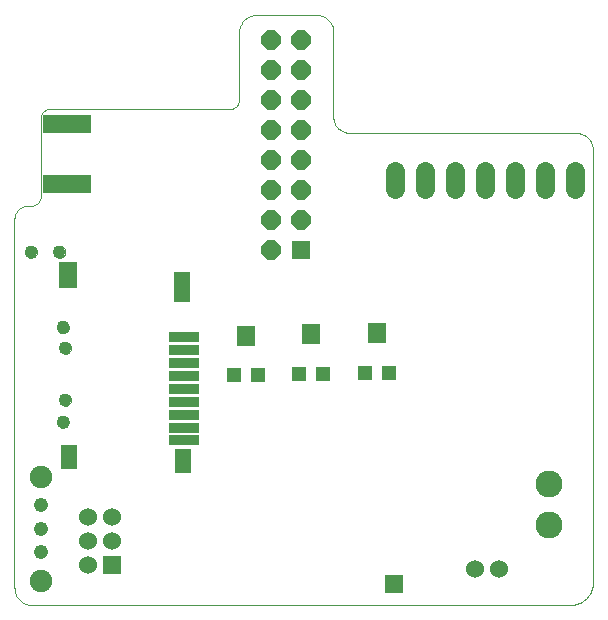
<source format=gbs>
G75*
%MOIN*%
%OFA0B0*%
%FSLAX24Y24*%
%IPPOS*%
%LPD*%
%AMOC8*
5,1,8,0,0,1.08239X$1,22.5*
%
%ADD10C,0.0000*%
%ADD11C,0.0476*%
%ADD12C,0.0749*%
%ADD13R,0.0571X0.0831*%
%ADD14R,0.0631X0.0855*%
%ADD15R,0.0571X0.0846*%
%ADD16R,0.1040X0.0335*%
%ADD17R,0.0571X0.1040*%
%ADD18C,0.0434*%
%ADD19R,0.1640X0.0640*%
%ADD20R,0.0600X0.0600*%
%ADD21C,0.0600*%
%ADD22R,0.0640X0.0640*%
%ADD23OC8,0.0640*%
%ADD24C,0.0640*%
%ADD25R,0.0631X0.0670*%
%ADD26R,0.0512X0.0512*%
%ADD27C,0.0900*%
D10*
X002038Y000848D02*
X002038Y013148D01*
X002041Y013188D01*
X002048Y013227D01*
X002058Y013266D01*
X002072Y013304D01*
X002089Y013340D01*
X002110Y013374D01*
X002133Y013407D01*
X002160Y013437D01*
X002189Y013464D01*
X002220Y013489D01*
X002254Y013511D01*
X002290Y013529D01*
X002327Y013545D01*
X002365Y013556D01*
X002404Y013565D01*
X002444Y013569D01*
X002484Y013570D01*
X002587Y013570D01*
X002586Y013570D02*
X002623Y013573D01*
X002659Y013580D01*
X002694Y013590D01*
X002728Y013605D01*
X002760Y013622D01*
X002790Y013643D01*
X002818Y013667D01*
X002843Y013694D01*
X002865Y013723D01*
X002884Y013755D01*
X002900Y013788D01*
X002912Y013823D01*
X002921Y013858D01*
X002925Y013895D01*
X002926Y013931D01*
X002924Y016531D01*
X002925Y016531D02*
X002927Y016563D01*
X002933Y016594D01*
X002942Y016624D01*
X002955Y016653D01*
X002972Y016680D01*
X002991Y016705D01*
X003014Y016728D01*
X003039Y016747D01*
X003066Y016764D01*
X003095Y016777D01*
X003125Y016786D01*
X003156Y016792D01*
X003188Y016794D01*
X009212Y016794D01*
X009244Y016796D01*
X009276Y016801D01*
X009307Y016809D01*
X009337Y016821D01*
X009366Y016835D01*
X009392Y016853D01*
X009417Y016873D01*
X009440Y016896D01*
X009460Y016921D01*
X009478Y016948D01*
X009492Y016976D01*
X009504Y017006D01*
X009512Y017037D01*
X009517Y017069D01*
X009519Y017101D01*
X009519Y019323D01*
X009521Y019372D01*
X009527Y019420D01*
X009536Y019468D01*
X009549Y019515D01*
X009566Y019561D01*
X009587Y019605D01*
X009611Y019647D01*
X009638Y019688D01*
X009668Y019726D01*
X009701Y019762D01*
X009737Y019795D01*
X009775Y019825D01*
X009816Y019852D01*
X009858Y019876D01*
X009902Y019897D01*
X009948Y019914D01*
X009995Y019927D01*
X010043Y019936D01*
X010091Y019942D01*
X010140Y019944D01*
X012090Y019944D01*
X012135Y019942D01*
X012180Y019937D01*
X012225Y019928D01*
X012269Y019916D01*
X012311Y019900D01*
X012352Y019881D01*
X012392Y019859D01*
X012430Y019834D01*
X012465Y019806D01*
X012499Y019775D01*
X012530Y019741D01*
X012558Y019706D01*
X012583Y019668D01*
X012605Y019628D01*
X012624Y019587D01*
X012640Y019545D01*
X012652Y019501D01*
X012661Y019456D01*
X012666Y019411D01*
X012668Y019366D01*
X012668Y016534D01*
X012670Y016490D01*
X012675Y016447D01*
X012684Y016405D01*
X012697Y016363D01*
X012712Y016322D01*
X012732Y016283D01*
X012754Y016246D01*
X012779Y016210D01*
X012807Y016177D01*
X012838Y016146D01*
X012871Y016118D01*
X012907Y016093D01*
X012944Y016071D01*
X012983Y016051D01*
X013024Y016036D01*
X013066Y016023D01*
X013108Y016014D01*
X013151Y016009D01*
X013195Y016007D01*
X020717Y016007D01*
X020765Y016005D01*
X020813Y015999D01*
X020860Y015990D01*
X020906Y015977D01*
X020952Y015960D01*
X020995Y015940D01*
X021037Y015917D01*
X021077Y015890D01*
X021115Y015860D01*
X021150Y015827D01*
X021183Y015792D01*
X021213Y015754D01*
X021240Y015714D01*
X021263Y015672D01*
X021283Y015629D01*
X021300Y015583D01*
X021313Y015537D01*
X021322Y015490D01*
X021328Y015442D01*
X021330Y015394D01*
X021330Y001050D01*
X021328Y000996D01*
X021323Y000942D01*
X021313Y000889D01*
X021301Y000837D01*
X021284Y000785D01*
X021265Y000735D01*
X021241Y000686D01*
X021215Y000639D01*
X021185Y000594D01*
X021153Y000551D01*
X021117Y000510D01*
X021079Y000472D01*
X021038Y000436D01*
X020995Y000404D01*
X020950Y000374D01*
X020903Y000348D01*
X020854Y000324D01*
X020804Y000305D01*
X020752Y000288D01*
X020700Y000276D01*
X020647Y000266D01*
X020593Y000261D01*
X020539Y000259D01*
X002628Y000259D01*
X002582Y000261D01*
X002536Y000266D01*
X002491Y000275D01*
X002446Y000288D01*
X002403Y000304D01*
X002361Y000323D01*
X002320Y000346D01*
X002282Y000371D01*
X002245Y000400D01*
X002212Y000432D01*
X002180Y000465D01*
X002151Y000502D01*
X002126Y000540D01*
X002103Y000581D01*
X002084Y000623D01*
X002068Y000666D01*
X002055Y000711D01*
X002046Y000756D01*
X002041Y000802D01*
X002039Y000848D01*
X003456Y006369D02*
X003458Y006396D01*
X003464Y006423D01*
X003473Y006449D01*
X003486Y006473D01*
X003502Y006496D01*
X003521Y006515D01*
X003543Y006532D01*
X003567Y006546D01*
X003592Y006556D01*
X003619Y006563D01*
X003646Y006566D01*
X003674Y006565D01*
X003701Y006560D01*
X003727Y006552D01*
X003751Y006540D01*
X003774Y006524D01*
X003795Y006506D01*
X003812Y006485D01*
X003827Y006461D01*
X003838Y006436D01*
X003846Y006410D01*
X003850Y006383D01*
X003850Y006355D01*
X003846Y006328D01*
X003838Y006302D01*
X003827Y006277D01*
X003812Y006253D01*
X003795Y006232D01*
X003774Y006214D01*
X003752Y006198D01*
X003727Y006186D01*
X003701Y006178D01*
X003674Y006173D01*
X003646Y006172D01*
X003619Y006175D01*
X003592Y006182D01*
X003567Y006192D01*
X003543Y006206D01*
X003521Y006223D01*
X003502Y006242D01*
X003486Y006265D01*
X003473Y006289D01*
X003464Y006315D01*
X003458Y006342D01*
X003456Y006369D01*
X003532Y007105D02*
X003534Y007132D01*
X003540Y007159D01*
X003549Y007185D01*
X003562Y007209D01*
X003578Y007232D01*
X003597Y007251D01*
X003619Y007268D01*
X003643Y007282D01*
X003668Y007292D01*
X003695Y007299D01*
X003722Y007302D01*
X003750Y007301D01*
X003777Y007296D01*
X003803Y007288D01*
X003827Y007276D01*
X003850Y007260D01*
X003871Y007242D01*
X003888Y007221D01*
X003903Y007197D01*
X003914Y007172D01*
X003922Y007146D01*
X003926Y007119D01*
X003926Y007091D01*
X003922Y007064D01*
X003914Y007038D01*
X003903Y007013D01*
X003888Y006989D01*
X003871Y006968D01*
X003850Y006950D01*
X003828Y006934D01*
X003803Y006922D01*
X003777Y006914D01*
X003750Y006909D01*
X003722Y006908D01*
X003695Y006911D01*
X003668Y006918D01*
X003643Y006928D01*
X003619Y006942D01*
X003597Y006959D01*
X003578Y006978D01*
X003562Y007001D01*
X003549Y007025D01*
X003540Y007051D01*
X003534Y007078D01*
X003532Y007105D01*
X003532Y008838D02*
X003534Y008865D01*
X003540Y008892D01*
X003549Y008918D01*
X003562Y008942D01*
X003578Y008965D01*
X003597Y008984D01*
X003619Y009001D01*
X003643Y009015D01*
X003668Y009025D01*
X003695Y009032D01*
X003722Y009035D01*
X003750Y009034D01*
X003777Y009029D01*
X003803Y009021D01*
X003827Y009009D01*
X003850Y008993D01*
X003871Y008975D01*
X003888Y008954D01*
X003903Y008930D01*
X003914Y008905D01*
X003922Y008879D01*
X003926Y008852D01*
X003926Y008824D01*
X003922Y008797D01*
X003914Y008771D01*
X003903Y008746D01*
X003888Y008722D01*
X003871Y008701D01*
X003850Y008683D01*
X003828Y008667D01*
X003803Y008655D01*
X003777Y008647D01*
X003750Y008642D01*
X003722Y008641D01*
X003695Y008644D01*
X003668Y008651D01*
X003643Y008661D01*
X003619Y008675D01*
X003597Y008692D01*
X003578Y008711D01*
X003562Y008734D01*
X003549Y008758D01*
X003540Y008784D01*
X003534Y008811D01*
X003532Y008838D01*
X003456Y009523D02*
X003458Y009550D01*
X003464Y009577D01*
X003473Y009603D01*
X003486Y009627D01*
X003502Y009650D01*
X003521Y009669D01*
X003543Y009686D01*
X003567Y009700D01*
X003592Y009710D01*
X003619Y009717D01*
X003646Y009720D01*
X003674Y009719D01*
X003701Y009714D01*
X003727Y009706D01*
X003751Y009694D01*
X003774Y009678D01*
X003795Y009660D01*
X003812Y009639D01*
X003827Y009615D01*
X003838Y009590D01*
X003846Y009564D01*
X003850Y009537D01*
X003850Y009509D01*
X003846Y009482D01*
X003838Y009456D01*
X003827Y009431D01*
X003812Y009407D01*
X003795Y009386D01*
X003774Y009368D01*
X003752Y009352D01*
X003727Y009340D01*
X003701Y009332D01*
X003674Y009327D01*
X003646Y009326D01*
X003619Y009329D01*
X003592Y009336D01*
X003567Y009346D01*
X003543Y009360D01*
X003521Y009377D01*
X003502Y009396D01*
X003486Y009419D01*
X003473Y009443D01*
X003464Y009469D01*
X003458Y009496D01*
X003456Y009523D01*
X003337Y012035D02*
X003339Y012062D01*
X003345Y012089D01*
X003354Y012115D01*
X003367Y012139D01*
X003383Y012162D01*
X003402Y012181D01*
X003424Y012198D01*
X003448Y012212D01*
X003473Y012222D01*
X003500Y012229D01*
X003527Y012232D01*
X003555Y012231D01*
X003582Y012226D01*
X003608Y012218D01*
X003632Y012206D01*
X003655Y012190D01*
X003676Y012172D01*
X003693Y012151D01*
X003708Y012127D01*
X003719Y012102D01*
X003727Y012076D01*
X003731Y012049D01*
X003731Y012021D01*
X003727Y011994D01*
X003719Y011968D01*
X003708Y011943D01*
X003693Y011919D01*
X003676Y011898D01*
X003655Y011880D01*
X003633Y011864D01*
X003608Y011852D01*
X003582Y011844D01*
X003555Y011839D01*
X003527Y011838D01*
X003500Y011841D01*
X003473Y011848D01*
X003448Y011858D01*
X003424Y011872D01*
X003402Y011889D01*
X003383Y011908D01*
X003367Y011931D01*
X003354Y011955D01*
X003345Y011981D01*
X003339Y012008D01*
X003337Y012035D01*
X002393Y012035D02*
X002395Y012062D01*
X002401Y012089D01*
X002410Y012115D01*
X002423Y012139D01*
X002439Y012162D01*
X002458Y012181D01*
X002480Y012198D01*
X002504Y012212D01*
X002529Y012222D01*
X002556Y012229D01*
X002583Y012232D01*
X002611Y012231D01*
X002638Y012226D01*
X002664Y012218D01*
X002688Y012206D01*
X002711Y012190D01*
X002732Y012172D01*
X002749Y012151D01*
X002764Y012127D01*
X002775Y012102D01*
X002783Y012076D01*
X002787Y012049D01*
X002787Y012021D01*
X002783Y011994D01*
X002775Y011968D01*
X002764Y011943D01*
X002749Y011919D01*
X002732Y011898D01*
X002711Y011880D01*
X002689Y011864D01*
X002664Y011852D01*
X002638Y011844D01*
X002611Y011839D01*
X002583Y011838D01*
X002556Y011841D01*
X002529Y011848D01*
X002504Y011858D01*
X002480Y011872D01*
X002458Y011889D01*
X002439Y011908D01*
X002423Y011931D01*
X002410Y011955D01*
X002401Y011981D01*
X002395Y012008D01*
X002393Y012035D01*
D11*
X002928Y003601D03*
X002928Y002814D03*
X002928Y002027D03*
D12*
X002928Y001082D03*
X002928Y004546D03*
D13*
X007658Y005073D03*
D14*
X003824Y011251D03*
D15*
X003857Y005198D03*
D16*
X007703Y005767D03*
X007703Y006180D03*
X007703Y006613D03*
X007703Y007046D03*
X007703Y007479D03*
X007703Y007912D03*
X007703Y008346D03*
X007703Y008779D03*
X007703Y009212D03*
D17*
X007625Y010857D03*
D18*
X003653Y009523D03*
X003729Y008838D03*
X003729Y007105D03*
X003653Y006369D03*
X003534Y012035D03*
X002590Y012035D03*
D19*
X003775Y014286D03*
X003775Y016286D03*
D20*
X005279Y001613D03*
X014692Y000960D03*
D21*
X017393Y001464D03*
X018180Y001464D03*
X005279Y002401D03*
X005279Y003188D03*
X004491Y003188D03*
X004491Y002401D03*
X004491Y001613D03*
D22*
X011594Y012113D03*
D23*
X011594Y013113D03*
X011594Y014113D03*
X011594Y015113D03*
X011594Y016113D03*
X011594Y017113D03*
X011594Y018113D03*
X011594Y019113D03*
X010594Y019113D03*
X010594Y018113D03*
X010594Y017113D03*
X010594Y016113D03*
X010594Y015113D03*
X010594Y014113D03*
X010594Y013113D03*
X010594Y012113D03*
D24*
X014727Y014124D02*
X014727Y014724D01*
X015727Y014724D02*
X015727Y014124D01*
X016727Y014124D02*
X016727Y014724D01*
X017727Y014724D02*
X017727Y014124D01*
X018727Y014124D02*
X018727Y014724D01*
X019727Y014724D02*
X019727Y014124D01*
X020727Y014124D02*
X020727Y014724D01*
D25*
X014121Y009318D03*
X011916Y009286D03*
X009755Y009239D03*
D26*
X010149Y007930D03*
X009361Y007930D03*
X011523Y007977D03*
X012310Y007977D03*
X013727Y008009D03*
X014515Y008009D03*
D27*
X019857Y004310D03*
X019857Y002932D03*
M02*

</source>
